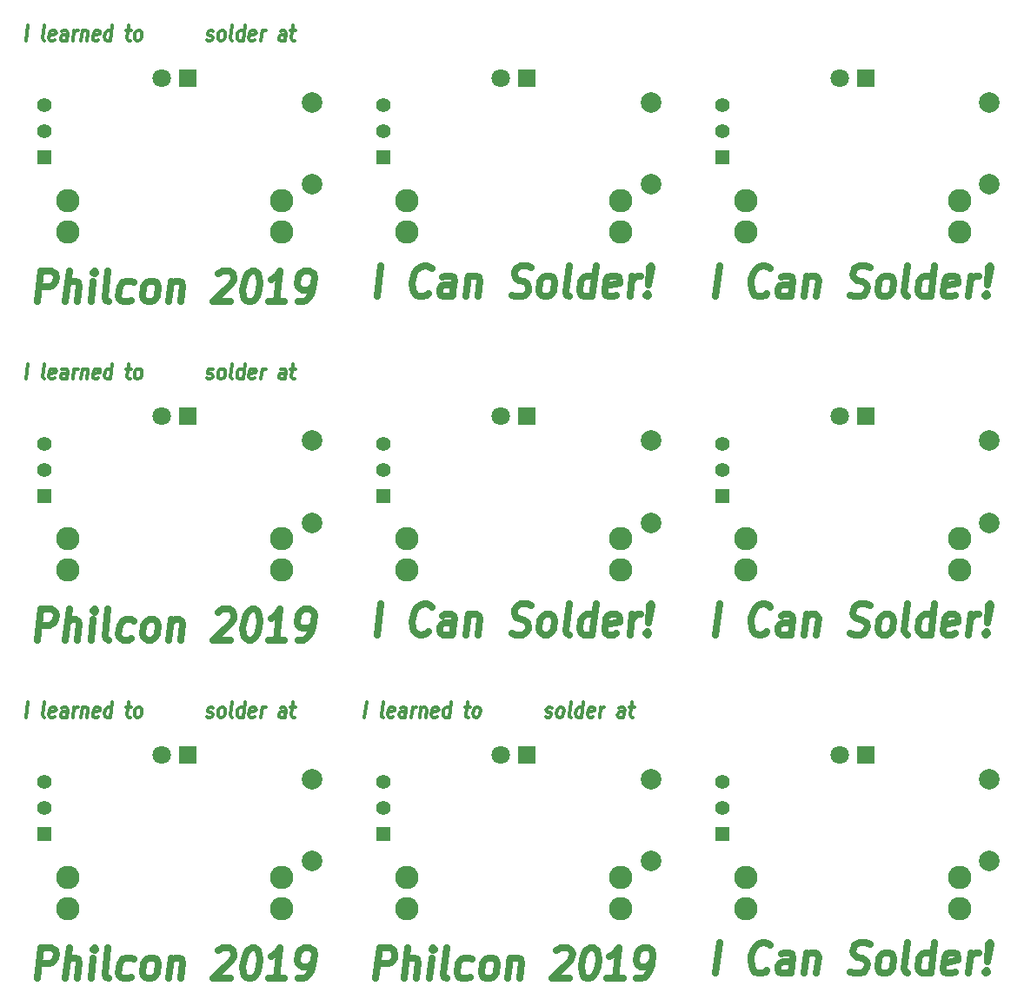
<source format=gts>
%MOIN*%
%OFA0B0*%
%FSLAX46Y46*%
%IPPOS*%
%LPD*%
%ADD10C,0.0039370078740157488*%
%ADD11C,0.011811023622047244*%
%ADD12C,0.027066929133858268*%
%ADD13C,0.0787*%
%ADD14C,0.090000000000000011*%
%ADD15R,0.070866141732283464X0.070866141732283464*%
%ADD16C,0.070866141732283464*%
%ADD17R,0.055000000000000007X0.055000000000000007*%
%ADD18C,0.055000000000000007*%
%ADD29C,0.0039370078740157488*%
%ADD30C,0.011811023622047244*%
%ADD31C,0.027066929133858268*%
%ADD32C,0.0787*%
%ADD33C,0.090000000000000011*%
%ADD34R,0.070866141732283464X0.070866141732283464*%
%ADD35C,0.070866141732283464*%
%ADD36R,0.055000000000000007X0.055000000000000007*%
%ADD37C,0.055000000000000007*%
%ADD38C,0.0039370078740157488*%
%ADD39C,0.011811023622047244*%
%ADD40C,0.027066929133858268*%
%ADD41C,0.0787*%
%ADD42C,0.090000000000000011*%
%ADD43R,0.070866141732283464X0.070866141732283464*%
%ADD44C,0.070866141732283464*%
%ADD45R,0.055000000000000007X0.055000000000000007*%
%ADD46C,0.055000000000000007*%
%ADD47C,0.0039370078740157488*%
%ADD48C,0.011811023622047244*%
%ADD49C,0.027066929133858268*%
%ADD50C,0.0787*%
%ADD51C,0.090000000000000011*%
%ADD52R,0.070866141732283464X0.070866141732283464*%
%ADD53C,0.070866141732283464*%
%ADD54R,0.055000000000000007X0.055000000000000007*%
%ADD55C,0.055000000000000007*%
%ADD56C,0.0039370078740157488*%
%ADD57C,0.027066929133858268*%
%ADD58C,0.0787*%
%ADD59C,0.090000000000000011*%
%ADD60R,0.070866141732283464X0.070866141732283464*%
%ADD61C,0.070866141732283464*%
%ADD62R,0.055000000000000007X0.055000000000000007*%
%ADD63C,0.055000000000000007*%
%ADD64C,0.0039370078740157488*%
%ADD65C,0.027066929133858268*%
%ADD66C,0.0787*%
%ADD67C,0.090000000000000011*%
%ADD68R,0.070866141732283464X0.070866141732283464*%
%ADD69C,0.070866141732283464*%
%ADD70R,0.055000000000000007X0.055000000000000007*%
%ADD71C,0.055000000000000007*%
%ADD72C,0.0039370078740157488*%
%ADD73C,0.027066929133858268*%
%ADD74C,0.0787*%
%ADD75C,0.090000000000000011*%
%ADD76R,0.070866141732283464X0.070866141732283464*%
%ADD77C,0.070866141732283464*%
%ADD78R,0.055000000000000007X0.055000000000000007*%
%ADD79C,0.055000000000000007*%
%ADD80C,0.0039370078740157488*%
%ADD81C,0.027066929133858268*%
%ADD82C,0.0787*%
%ADD83C,0.090000000000000011*%
%ADD84R,0.070866141732283464X0.070866141732283464*%
%ADD85C,0.070866141732283464*%
%ADD86R,0.055000000000000007X0.055000000000000007*%
%ADD87C,0.055000000000000007*%
%ADD88C,0.0039370078740157488*%
%ADD89C,0.027066929133858268*%
%ADD90C,0.0787*%
%ADD91C,0.090000000000000011*%
%ADD92R,0.070866141732283464X0.070866141732283464*%
%ADD93C,0.070866141732283464*%
%ADD94R,0.055000000000000007X0.055000000000000007*%
%ADD95C,0.055000000000000007*%
G01*
D10*
D11*
X0000721774Y0001076096D02*
X0000726297Y0001073284D01*
X0000736046Y0001073284D01*
X0000741272Y0001076096D01*
X0000744412Y0001081721D01*
X0000744764Y0001084533D01*
X0000743029Y0001090157D01*
X0000738507Y0001092969D01*
X0000731195Y0001092969D01*
X0000726672Y0001095781D01*
X0000724938Y0001101406D01*
X0000725289Y0001104218D01*
X0000728430Y0001109842D01*
X0000733656Y0001112654D01*
X0000740967Y0001112654D01*
X0000745490Y0001109842D01*
X0000772604Y0001073284D02*
X0000768081Y0001076096D01*
X0000765995Y0001078908D01*
X0000764261Y0001084533D01*
X0000766370Y0001101406D01*
X0000769510Y0001107030D01*
X0000772299Y0001109842D01*
X0000777525Y0001112654D01*
X0000784837Y0001112654D01*
X0000789360Y0001109842D01*
X0000791445Y0001107030D01*
X0000793179Y0001101406D01*
X0000791070Y0001084533D01*
X0000787930Y0001078908D01*
X0000785141Y0001076096D01*
X0000779915Y0001073284D01*
X0000772604Y0001073284D01*
X0000818911Y0001073284D02*
X0000814388Y0001076096D01*
X0000812654Y0001081721D01*
X0000818981Y0001132339D01*
X0000860343Y0001073284D02*
X0000867725Y0001132339D01*
X0000860694Y0001076096D02*
X0000855468Y0001073284D01*
X0000845720Y0001073284D01*
X0000841197Y0001076096D01*
X0000839111Y0001078908D01*
X0000837377Y0001084533D01*
X0000839486Y0001101406D01*
X0000842626Y0001107030D01*
X0000845415Y0001109842D01*
X0000850641Y0001112654D01*
X0000860390Y0001112654D01*
X0000864913Y0001109842D01*
X0000904564Y0001076096D02*
X0000899338Y0001073284D01*
X0000889589Y0001073284D01*
X0000885066Y0001076096D01*
X0000883332Y0001081721D01*
X0000886144Y0001104218D01*
X0000889285Y0001109842D01*
X0000894510Y0001112654D01*
X0000904259Y0001112654D01*
X0000908782Y0001109842D01*
X0000910516Y0001104218D01*
X0000909813Y0001098594D01*
X0000884738Y0001092969D01*
X0000928584Y0001073284D02*
X0000933506Y0001112654D01*
X0000932100Y0001101406D02*
X0000935240Y0001107030D01*
X0000938028Y0001109842D01*
X0000943254Y0001112654D01*
X0000948129Y0001112654D01*
X0001021198Y0001073284D02*
X0001025064Y0001104218D01*
X0001023330Y0001109842D01*
X0001018807Y0001112654D01*
X0001009059Y0001112654D01*
X0001003833Y0001109842D01*
X0001021549Y0001076096D02*
X0001016323Y0001073284D01*
X0001004137Y0001073284D01*
X0000999615Y0001076096D01*
X0000997880Y0001081721D01*
X0000998583Y0001087345D01*
X0001001724Y0001092969D01*
X0001006950Y0001095781D01*
X0001019135Y0001095781D01*
X0001024361Y0001098594D01*
X0001043179Y0001112654D02*
X0001062677Y0001112654D01*
X0001052952Y0001132339D02*
X0001046624Y0001081721D01*
X0001048358Y0001076096D01*
X0001052881Y0001073284D01*
X0001057756Y0001073284D01*
X0000027805Y0001073284D02*
X0000035186Y0001132339D01*
X0000098483Y0001073284D02*
X0000093960Y0001076096D01*
X0000092226Y0001081721D01*
X0000098553Y0001132339D01*
X0000137830Y0001076096D02*
X0000132604Y0001073284D01*
X0000122855Y0001073284D01*
X0000118332Y0001076096D01*
X0000116598Y0001081721D01*
X0000119410Y0001104218D01*
X0000122550Y0001109842D01*
X0000127776Y0001112654D01*
X0000137525Y0001112654D01*
X0000142048Y0001109842D01*
X0000143782Y0001104218D01*
X0000143079Y0001098594D01*
X0000118004Y0001092969D01*
X0000183785Y0001073284D02*
X0000187652Y0001104218D01*
X0000185918Y0001109842D01*
X0000181395Y0001112654D01*
X0000171646Y0001112654D01*
X0000166420Y0001109842D01*
X0000184137Y0001076096D02*
X0000178911Y0001073284D01*
X0000166725Y0001073284D01*
X0000162202Y0001076096D01*
X0000160468Y0001081721D01*
X0000161171Y0001087345D01*
X0000164311Y0001092969D01*
X0000169537Y0001095781D01*
X0000181723Y0001095781D01*
X0000186949Y0001098594D01*
X0000208157Y0001073284D02*
X0000213078Y0001112654D01*
X0000211672Y0001101406D02*
X0000214812Y0001107030D01*
X0000217601Y0001109842D01*
X0000222827Y0001112654D01*
X0000227701Y0001112654D01*
X0000244762Y0001112654D02*
X0000239840Y0001073284D01*
X0000244059Y0001107030D02*
X0000246847Y0001109842D01*
X0000252073Y0001112654D01*
X0000259385Y0001112654D01*
X0000263908Y0001109842D01*
X0000265642Y0001104218D01*
X0000261775Y0001073284D01*
X0000305996Y0001076096D02*
X0000300770Y0001073284D01*
X0000291022Y0001073284D01*
X0000286499Y0001076096D01*
X0000284765Y0001081721D01*
X0000287577Y0001104218D01*
X0000290717Y0001109842D01*
X0000295943Y0001112654D01*
X0000305692Y0001112654D01*
X0000310214Y0001109842D01*
X0000311949Y0001104218D01*
X0000311246Y0001098594D01*
X0000286171Y0001092969D01*
X0000351951Y0001073284D02*
X0000359333Y0001132339D01*
X0000352303Y0001076096D02*
X0000347077Y0001073284D01*
X0000337328Y0001073284D01*
X0000332805Y0001076096D01*
X0000330720Y0001078908D01*
X0000328986Y0001084533D01*
X0000331095Y0001101406D01*
X0000334235Y0001107030D01*
X0000337024Y0001109842D01*
X0000342250Y0001112654D01*
X0000351998Y0001112654D01*
X0000356521Y0001109842D01*
X0000412928Y0001112654D02*
X0000432426Y0001112654D01*
X0000422700Y0001132339D02*
X0000416373Y0001081721D01*
X0000418107Y0001076096D01*
X0000422630Y0001073284D01*
X0000427505Y0001073284D01*
X0000451876Y0001073284D02*
X0000447354Y0001076096D01*
X0000445268Y0001078908D01*
X0000443534Y0001084533D01*
X0000445643Y0001101406D01*
X0000448783Y0001107030D01*
X0000451572Y0001109842D01*
X0000456798Y0001112654D01*
X0000464109Y0001112654D01*
X0000468632Y0001109842D01*
X0000470718Y0001107030D01*
X0000472452Y0001101406D01*
X0000470343Y0001084533D01*
X0000467203Y0001078908D01*
X0000464414Y0001076096D01*
X0000459188Y0001073284D01*
X0000451876Y0001073284D01*
D12*
X0000070642Y0000071569D02*
X0000085405Y0000189679D01*
X0000126650Y0000189679D01*
X0000136258Y0000184055D01*
X0000140711Y0000178430D01*
X0000144461Y0000167182D01*
X0000142351Y0000150309D01*
X0000135790Y0000139060D01*
X0000129931Y0000133436D01*
X0000118917Y0000127812D01*
X0000077672Y0000127812D01*
X0000178909Y0000071569D02*
X0000193673Y0000189679D01*
X0000225310Y0000071569D02*
X0000233043Y0000133436D01*
X0000229294Y0000144685D01*
X0000219685Y0000150309D01*
X0000204219Y0000150309D01*
X0000193204Y0000144685D01*
X0000187346Y0000139060D01*
X0000276866Y0000071569D02*
X0000286708Y0000150309D01*
X0000291630Y0000189679D02*
X0000285771Y0000184055D01*
X0000290224Y0000178430D01*
X0000296082Y0000184055D01*
X0000291630Y0000189679D01*
X0000290224Y0000178430D01*
X0000343889Y0000071569D02*
X0000334281Y0000077193D01*
X0000330531Y0000088442D01*
X0000343186Y0000189679D01*
X0000432237Y0000077193D02*
X0000421223Y0000071569D01*
X0000400600Y0000071569D01*
X0000390992Y0000077193D01*
X0000386540Y0000082817D01*
X0000382790Y0000094066D01*
X0000387008Y0000127812D01*
X0000393570Y0000139060D01*
X0000399429Y0000144685D01*
X0000410443Y0000150309D01*
X0000431065Y0000150309D01*
X0000440673Y0000144685D01*
X0000493401Y0000071569D02*
X0000483793Y0000077193D01*
X0000479341Y0000082817D01*
X0000475591Y0000094066D01*
X0000479809Y0000127812D01*
X0000486371Y0000139060D01*
X0000492230Y0000144685D01*
X0000503244Y0000150309D01*
X0000518711Y0000150309D01*
X0000528319Y0000144685D01*
X0000532771Y0000139060D01*
X0000536521Y0000127812D01*
X0000532303Y0000094066D01*
X0000525741Y0000082817D01*
X0000519882Y0000077193D01*
X0000508868Y0000071569D01*
X0000493401Y0000071569D01*
X0000585733Y0000150309D02*
X0000575891Y0000071569D01*
X0000584327Y0000139060D02*
X0000590186Y0000144685D01*
X0000601200Y0000150309D01*
X0000616667Y0000150309D01*
X0000626275Y0000144685D01*
X0000630025Y0000133436D01*
X0000622291Y0000071569D01*
X0000764539Y0000178430D02*
X0000770398Y0000184055D01*
X0000781412Y0000189679D01*
X0000807190Y0000189679D01*
X0000816798Y0000184055D01*
X0000821251Y0000178430D01*
X0000825000Y0000167182D01*
X0000823594Y0000155933D01*
X0000816330Y0000139060D01*
X0000746026Y0000071569D01*
X0000813049Y0000071569D01*
X0000894835Y0000189679D02*
X0000905147Y0000189679D01*
X0000914755Y0000184055D01*
X0000919207Y0000178430D01*
X0000922957Y0000167182D01*
X0000925300Y0000144685D01*
X0000921785Y0000116563D01*
X0000913817Y0000094066D01*
X0000907256Y0000082817D01*
X0000901397Y0000077193D01*
X0000890383Y0000071569D01*
X0000880072Y0000071569D01*
X0000870464Y0000077193D01*
X0000866011Y0000082817D01*
X0000862261Y0000094066D01*
X0000859918Y0000116563D01*
X0000863433Y0000144685D01*
X0000871401Y0000167182D01*
X0000877963Y0000178430D01*
X0000883821Y0000184055D01*
X0000894835Y0000189679D01*
X0001019273Y0000071569D02*
X0000957406Y0000071569D01*
X0000988339Y0000071569D02*
X0001003103Y0000189679D01*
X0000990683Y0000172806D01*
X0000978966Y0000161557D01*
X0000967951Y0000155933D01*
X0001070829Y0000071569D02*
X0001091452Y0000071569D01*
X0001102466Y0000077193D01*
X0001108324Y0000082817D01*
X0001120745Y0000099690D01*
X0001128712Y0000122187D01*
X0001134337Y0000167182D01*
X0001130587Y0000178430D01*
X0001126135Y0000184055D01*
X0001116527Y0000189679D01*
X0001095904Y0000189679D01*
X0001084890Y0000184055D01*
X0001079031Y0000178430D01*
X0001072470Y0000167182D01*
X0001068954Y0000139060D01*
X0001072704Y0000127812D01*
X0001077156Y0000122187D01*
X0001086765Y0000116563D01*
X0001107387Y0000116563D01*
X0001118401Y0000122187D01*
X0001124260Y0000127812D01*
X0001130822Y0000139060D01*
D13*
X0001124999Y0000837480D03*
X0001124999Y0000522519D03*
D14*
X0001009999Y0000340000D03*
X0000189999Y0000340000D03*
X0001009999Y0000460000D03*
X0000189999Y0000460000D03*
D15*
X0000649999Y0000930000D03*
D16*
X0000549999Y0000930000D03*
D17*
X0000099999Y0000625000D03*
D18*
X0000099999Y0000725000D03*
X0000099999Y0000825000D03*
G04 next file*
G04 #@! TF.FileFunction,Soldermask,Top*
G04 Gerber Fmt 4.6, Leading zero omitted, Abs format (unit mm)*
G04 Created by KiCad (PCBNEW 4.0.7) date 09/22/19 21:58:39*
G01*
G04 APERTURE LIST*
G04 APERTURE END LIST*
D29*
D30*
X0000721774Y0002374522D02*
X0000726297Y0002371710D01*
X0000736046Y0002371710D01*
X0000741272Y0002374522D01*
X0000744412Y0002380146D01*
X0000744764Y0002382958D01*
X0000743029Y0002388582D01*
X0000738507Y0002391395D01*
X0000731195Y0002391395D01*
X0000726672Y0002394207D01*
X0000724938Y0002399831D01*
X0000725289Y0002402643D01*
X0000728430Y0002408267D01*
X0000733656Y0002411080D01*
X0000740967Y0002411080D01*
X0000745490Y0002408267D01*
X0000772604Y0002371710D02*
X0000768081Y0002374522D01*
X0000765995Y0002377334D01*
X0000764261Y0002382958D01*
X0000766370Y0002399831D01*
X0000769510Y0002405455D01*
X0000772299Y0002408267D01*
X0000777525Y0002411080D01*
X0000784837Y0002411080D01*
X0000789360Y0002408267D01*
X0000791445Y0002405455D01*
X0000793179Y0002399831D01*
X0000791070Y0002382958D01*
X0000787930Y0002377334D01*
X0000785141Y0002374522D01*
X0000779915Y0002371710D01*
X0000772604Y0002371710D01*
X0000818911Y0002371710D02*
X0000814388Y0002374522D01*
X0000812654Y0002380146D01*
X0000818981Y0002430765D01*
X0000860343Y0002371710D02*
X0000867725Y0002430765D01*
X0000860694Y0002374522D02*
X0000855468Y0002371710D01*
X0000845720Y0002371710D01*
X0000841197Y0002374522D01*
X0000839111Y0002377334D01*
X0000837377Y0002382958D01*
X0000839486Y0002399831D01*
X0000842626Y0002405455D01*
X0000845415Y0002408267D01*
X0000850641Y0002411080D01*
X0000860390Y0002411080D01*
X0000864913Y0002408267D01*
X0000904564Y0002374522D02*
X0000899338Y0002371710D01*
X0000889589Y0002371710D01*
X0000885066Y0002374522D01*
X0000883332Y0002380146D01*
X0000886144Y0002402643D01*
X0000889285Y0002408267D01*
X0000894510Y0002411080D01*
X0000904259Y0002411080D01*
X0000908782Y0002408267D01*
X0000910516Y0002402643D01*
X0000909813Y0002397019D01*
X0000884738Y0002391395D01*
X0000928584Y0002371710D02*
X0000933506Y0002411080D01*
X0000932100Y0002399831D02*
X0000935240Y0002405455D01*
X0000938028Y0002408267D01*
X0000943254Y0002411080D01*
X0000948129Y0002411080D01*
X0001021198Y0002371710D02*
X0001025064Y0002402643D01*
X0001023330Y0002408267D01*
X0001018807Y0002411080D01*
X0001009059Y0002411080D01*
X0001003833Y0002408267D01*
X0001021549Y0002374522D02*
X0001016323Y0002371710D01*
X0001004137Y0002371710D01*
X0000999615Y0002374522D01*
X0000997880Y0002380146D01*
X0000998583Y0002385770D01*
X0001001724Y0002391395D01*
X0001006950Y0002394207D01*
X0001019135Y0002394207D01*
X0001024361Y0002397019D01*
X0001043179Y0002411080D02*
X0001062677Y0002411080D01*
X0001052952Y0002430765D02*
X0001046624Y0002380146D01*
X0001048358Y0002374522D01*
X0001052881Y0002371710D01*
X0001057756Y0002371710D01*
X0000027805Y0002371710D02*
X0000035186Y0002430765D01*
X0000098483Y0002371710D02*
X0000093960Y0002374522D01*
X0000092226Y0002380146D01*
X0000098553Y0002430765D01*
X0000137830Y0002374522D02*
X0000132604Y0002371710D01*
X0000122855Y0002371710D01*
X0000118332Y0002374522D01*
X0000116598Y0002380146D01*
X0000119410Y0002402643D01*
X0000122550Y0002408267D01*
X0000127776Y0002411080D01*
X0000137525Y0002411080D01*
X0000142048Y0002408267D01*
X0000143782Y0002402643D01*
X0000143079Y0002397019D01*
X0000118004Y0002391395D01*
X0000183785Y0002371710D02*
X0000187652Y0002402643D01*
X0000185918Y0002408267D01*
X0000181395Y0002411080D01*
X0000171646Y0002411080D01*
X0000166420Y0002408267D01*
X0000184137Y0002374522D02*
X0000178911Y0002371710D01*
X0000166725Y0002371710D01*
X0000162202Y0002374522D01*
X0000160468Y0002380146D01*
X0000161171Y0002385770D01*
X0000164311Y0002391395D01*
X0000169537Y0002394207D01*
X0000181723Y0002394207D01*
X0000186949Y0002397019D01*
X0000208157Y0002371710D02*
X0000213078Y0002411080D01*
X0000211672Y0002399831D02*
X0000214812Y0002405455D01*
X0000217601Y0002408267D01*
X0000222827Y0002411080D01*
X0000227701Y0002411080D01*
X0000244762Y0002411080D02*
X0000239840Y0002371710D01*
X0000244059Y0002405455D02*
X0000246847Y0002408267D01*
X0000252073Y0002411080D01*
X0000259385Y0002411080D01*
X0000263908Y0002408267D01*
X0000265642Y0002402643D01*
X0000261775Y0002371710D01*
X0000305996Y0002374522D02*
X0000300770Y0002371710D01*
X0000291022Y0002371710D01*
X0000286499Y0002374522D01*
X0000284765Y0002380146D01*
X0000287577Y0002402643D01*
X0000290717Y0002408267D01*
X0000295943Y0002411080D01*
X0000305692Y0002411080D01*
X0000310214Y0002408267D01*
X0000311949Y0002402643D01*
X0000311246Y0002397019D01*
X0000286171Y0002391395D01*
X0000351951Y0002371710D02*
X0000359333Y0002430765D01*
X0000352303Y0002374522D02*
X0000347077Y0002371710D01*
X0000337328Y0002371710D01*
X0000332805Y0002374522D01*
X0000330720Y0002377334D01*
X0000328986Y0002382958D01*
X0000331095Y0002399831D01*
X0000334235Y0002405455D01*
X0000337024Y0002408267D01*
X0000342250Y0002411080D01*
X0000351998Y0002411080D01*
X0000356521Y0002408267D01*
X0000412928Y0002411080D02*
X0000432426Y0002411080D01*
X0000422700Y0002430765D02*
X0000416373Y0002380146D01*
X0000418107Y0002374522D01*
X0000422630Y0002371710D01*
X0000427505Y0002371710D01*
X0000451876Y0002371710D02*
X0000447354Y0002374522D01*
X0000445268Y0002377334D01*
X0000443534Y0002382958D01*
X0000445643Y0002399831D01*
X0000448783Y0002405455D01*
X0000451572Y0002408267D01*
X0000456798Y0002411080D01*
X0000464109Y0002411080D01*
X0000468632Y0002408267D01*
X0000470718Y0002405455D01*
X0000472452Y0002399831D01*
X0000470343Y0002382958D01*
X0000467203Y0002377334D01*
X0000464414Y0002374522D01*
X0000459188Y0002371710D01*
X0000451876Y0002371710D01*
D31*
X0000070642Y0001369994D02*
X0000085405Y0001488104D01*
X0000126650Y0001488104D01*
X0000136258Y0001482480D01*
X0000140711Y0001476856D01*
X0000144461Y0001465607D01*
X0000142351Y0001448734D01*
X0000135790Y0001437486D01*
X0000129931Y0001431861D01*
X0000118917Y0001426237D01*
X0000077672Y0001426237D01*
X0000178909Y0001369994D02*
X0000193673Y0001488104D01*
X0000225310Y0001369994D02*
X0000233043Y0001431861D01*
X0000229294Y0001443110D01*
X0000219685Y0001448734D01*
X0000204219Y0001448734D01*
X0000193204Y0001443110D01*
X0000187346Y0001437486D01*
X0000276866Y0001369994D02*
X0000286708Y0001448734D01*
X0000291630Y0001488104D02*
X0000285771Y0001482480D01*
X0000290224Y0001476856D01*
X0000296082Y0001482480D01*
X0000291630Y0001488104D01*
X0000290224Y0001476856D01*
X0000343889Y0001369994D02*
X0000334281Y0001375618D01*
X0000330531Y0001386867D01*
X0000343186Y0001488104D01*
X0000432237Y0001375618D02*
X0000421223Y0001369994D01*
X0000400600Y0001369994D01*
X0000390992Y0001375618D01*
X0000386540Y0001381243D01*
X0000382790Y0001392491D01*
X0000387008Y0001426237D01*
X0000393570Y0001437486D01*
X0000399429Y0001443110D01*
X0000410443Y0001448734D01*
X0000431065Y0001448734D01*
X0000440673Y0001443110D01*
X0000493401Y0001369994D02*
X0000483793Y0001375618D01*
X0000479341Y0001381243D01*
X0000475591Y0001392491D01*
X0000479809Y0001426237D01*
X0000486371Y0001437486D01*
X0000492230Y0001443110D01*
X0000503244Y0001448734D01*
X0000518711Y0001448734D01*
X0000528319Y0001443110D01*
X0000532771Y0001437486D01*
X0000536521Y0001426237D01*
X0000532303Y0001392491D01*
X0000525741Y0001381243D01*
X0000519882Y0001375618D01*
X0000508868Y0001369994D01*
X0000493401Y0001369994D01*
X0000585733Y0001448734D02*
X0000575891Y0001369994D01*
X0000584327Y0001437486D02*
X0000590186Y0001443110D01*
X0000601200Y0001448734D01*
X0000616667Y0001448734D01*
X0000626275Y0001443110D01*
X0000630025Y0001431861D01*
X0000622291Y0001369994D01*
X0000764539Y0001476856D02*
X0000770398Y0001482480D01*
X0000781412Y0001488104D01*
X0000807190Y0001488104D01*
X0000816798Y0001482480D01*
X0000821251Y0001476856D01*
X0000825000Y0001465607D01*
X0000823594Y0001454359D01*
X0000816330Y0001437486D01*
X0000746026Y0001369994D01*
X0000813049Y0001369994D01*
X0000894835Y0001488104D02*
X0000905147Y0001488104D01*
X0000914755Y0001482480D01*
X0000919207Y0001476856D01*
X0000922957Y0001465607D01*
X0000925300Y0001443110D01*
X0000921785Y0001414988D01*
X0000913817Y0001392491D01*
X0000907256Y0001381243D01*
X0000901397Y0001375618D01*
X0000890383Y0001369994D01*
X0000880072Y0001369994D01*
X0000870464Y0001375618D01*
X0000866011Y0001381243D01*
X0000862261Y0001392491D01*
X0000859918Y0001414988D01*
X0000863433Y0001443110D01*
X0000871401Y0001465607D01*
X0000877963Y0001476856D01*
X0000883821Y0001482480D01*
X0000894835Y0001488104D01*
X0001019273Y0001369994D02*
X0000957406Y0001369994D01*
X0000988339Y0001369994D02*
X0001003103Y0001488104D01*
X0000990683Y0001471231D01*
X0000978966Y0001459983D01*
X0000967951Y0001454359D01*
X0001070829Y0001369994D02*
X0001091452Y0001369994D01*
X0001102466Y0001375618D01*
X0001108324Y0001381243D01*
X0001120745Y0001398116D01*
X0001128712Y0001420613D01*
X0001134337Y0001465607D01*
X0001130587Y0001476856D01*
X0001126135Y0001482480D01*
X0001116527Y0001488104D01*
X0001095904Y0001488104D01*
X0001084890Y0001482480D01*
X0001079031Y0001476856D01*
X0001072470Y0001465607D01*
X0001068954Y0001437486D01*
X0001072704Y0001426237D01*
X0001077156Y0001420613D01*
X0001086765Y0001414988D01*
X0001107387Y0001414988D01*
X0001118401Y0001420613D01*
X0001124260Y0001426237D01*
X0001130822Y0001437486D01*
D32*
X0001124999Y0002135905D03*
X0001124999Y0001820945D03*
D33*
X0001009999Y0001638425D03*
X0000189999Y0001638425D03*
X0001009999Y0001758425D03*
X0000189999Y0001758425D03*
D34*
X0000649999Y0002228425D03*
D35*
X0000549999Y0002228425D03*
D36*
X0000099999Y0001923425D03*
D37*
X0000099999Y0002023425D03*
X0000099999Y0002123425D03*
G04 next file*
G04 #@! TF.FileFunction,Soldermask,Top*
G04 Gerber Fmt 4.6, Leading zero omitted, Abs format (unit mm)*
G04 Created by KiCad (PCBNEW 4.0.7) date 09/22/19 21:58:39*
G01*
G04 APERTURE LIST*
G04 APERTURE END LIST*
D38*
D39*
X0000721774Y0003672947D02*
X0000726297Y0003670135D01*
X0000736046Y0003670135D01*
X0000741272Y0003672947D01*
X0000744412Y0003678571D01*
X0000744764Y0003681383D01*
X0000743029Y0003687007D01*
X0000738507Y0003689820D01*
X0000731195Y0003689820D01*
X0000726672Y0003692632D01*
X0000724938Y0003698256D01*
X0000725289Y0003701068D01*
X0000728430Y0003706692D01*
X0000733656Y0003709505D01*
X0000740967Y0003709505D01*
X0000745490Y0003706692D01*
X0000772604Y0003670135D02*
X0000768081Y0003672947D01*
X0000765995Y0003675759D01*
X0000764261Y0003681383D01*
X0000766370Y0003698256D01*
X0000769510Y0003703880D01*
X0000772299Y0003706692D01*
X0000777525Y0003709505D01*
X0000784837Y0003709505D01*
X0000789360Y0003706692D01*
X0000791445Y0003703880D01*
X0000793179Y0003698256D01*
X0000791070Y0003681383D01*
X0000787930Y0003675759D01*
X0000785141Y0003672947D01*
X0000779915Y0003670135D01*
X0000772604Y0003670135D01*
X0000818911Y0003670135D02*
X0000814388Y0003672947D01*
X0000812654Y0003678571D01*
X0000818981Y0003729190D01*
X0000860343Y0003670135D02*
X0000867725Y0003729190D01*
X0000860694Y0003672947D02*
X0000855468Y0003670135D01*
X0000845720Y0003670135D01*
X0000841197Y0003672947D01*
X0000839111Y0003675759D01*
X0000837377Y0003681383D01*
X0000839486Y0003698256D01*
X0000842626Y0003703880D01*
X0000845415Y0003706692D01*
X0000850641Y0003709505D01*
X0000860390Y0003709505D01*
X0000864913Y0003706692D01*
X0000904564Y0003672947D02*
X0000899338Y0003670135D01*
X0000889589Y0003670135D01*
X0000885066Y0003672947D01*
X0000883332Y0003678571D01*
X0000886144Y0003701068D01*
X0000889285Y0003706692D01*
X0000894510Y0003709505D01*
X0000904259Y0003709505D01*
X0000908782Y0003706692D01*
X0000910516Y0003701068D01*
X0000909813Y0003695444D01*
X0000884738Y0003689820D01*
X0000928584Y0003670135D02*
X0000933506Y0003709505D01*
X0000932100Y0003698256D02*
X0000935240Y0003703880D01*
X0000938028Y0003706692D01*
X0000943254Y0003709505D01*
X0000948129Y0003709505D01*
X0001021198Y0003670135D02*
X0001025064Y0003701068D01*
X0001023330Y0003706692D01*
X0001018807Y0003709505D01*
X0001009059Y0003709505D01*
X0001003833Y0003706692D01*
X0001021549Y0003672947D02*
X0001016323Y0003670135D01*
X0001004137Y0003670135D01*
X0000999615Y0003672947D01*
X0000997880Y0003678571D01*
X0000998583Y0003684195D01*
X0001001724Y0003689820D01*
X0001006950Y0003692632D01*
X0001019135Y0003692632D01*
X0001024361Y0003695444D01*
X0001043179Y0003709505D02*
X0001062677Y0003709505D01*
X0001052952Y0003729190D02*
X0001046624Y0003678571D01*
X0001048358Y0003672947D01*
X0001052881Y0003670135D01*
X0001057756Y0003670135D01*
X0000027805Y0003670135D02*
X0000035186Y0003729190D01*
X0000098483Y0003670135D02*
X0000093960Y0003672947D01*
X0000092226Y0003678571D01*
X0000098553Y0003729190D01*
X0000137830Y0003672947D02*
X0000132604Y0003670135D01*
X0000122855Y0003670135D01*
X0000118332Y0003672947D01*
X0000116598Y0003678571D01*
X0000119410Y0003701068D01*
X0000122550Y0003706692D01*
X0000127776Y0003709505D01*
X0000137525Y0003709505D01*
X0000142048Y0003706692D01*
X0000143782Y0003701068D01*
X0000143079Y0003695444D01*
X0000118004Y0003689820D01*
X0000183785Y0003670135D02*
X0000187652Y0003701068D01*
X0000185918Y0003706692D01*
X0000181395Y0003709505D01*
X0000171646Y0003709505D01*
X0000166420Y0003706692D01*
X0000184137Y0003672947D02*
X0000178911Y0003670135D01*
X0000166725Y0003670135D01*
X0000162202Y0003672947D01*
X0000160468Y0003678571D01*
X0000161171Y0003684195D01*
X0000164311Y0003689820D01*
X0000169537Y0003692632D01*
X0000181723Y0003692632D01*
X0000186949Y0003695444D01*
X0000208157Y0003670135D02*
X0000213078Y0003709505D01*
X0000211672Y0003698256D02*
X0000214812Y0003703880D01*
X0000217601Y0003706692D01*
X0000222827Y0003709505D01*
X0000227701Y0003709505D01*
X0000244762Y0003709505D02*
X0000239840Y0003670135D01*
X0000244059Y0003703880D02*
X0000246847Y0003706692D01*
X0000252073Y0003709505D01*
X0000259385Y0003709505D01*
X0000263908Y0003706692D01*
X0000265642Y0003701068D01*
X0000261775Y0003670135D01*
X0000305996Y0003672947D02*
X0000300770Y0003670135D01*
X0000291022Y0003670135D01*
X0000286499Y0003672947D01*
X0000284765Y0003678571D01*
X0000287577Y0003701068D01*
X0000290717Y0003706692D01*
X0000295943Y0003709505D01*
X0000305692Y0003709505D01*
X0000310214Y0003706692D01*
X0000311949Y0003701068D01*
X0000311246Y0003695444D01*
X0000286171Y0003689820D01*
X0000351951Y0003670135D02*
X0000359333Y0003729190D01*
X0000352303Y0003672947D02*
X0000347077Y0003670135D01*
X0000337328Y0003670135D01*
X0000332805Y0003672947D01*
X0000330720Y0003675759D01*
X0000328986Y0003681383D01*
X0000331095Y0003698256D01*
X0000334235Y0003703880D01*
X0000337024Y0003706692D01*
X0000342250Y0003709505D01*
X0000351998Y0003709505D01*
X0000356521Y0003706692D01*
X0000412928Y0003709505D02*
X0000432426Y0003709505D01*
X0000422700Y0003729190D02*
X0000416373Y0003678571D01*
X0000418107Y0003672947D01*
X0000422630Y0003670135D01*
X0000427505Y0003670135D01*
X0000451876Y0003670135D02*
X0000447354Y0003672947D01*
X0000445268Y0003675759D01*
X0000443534Y0003681383D01*
X0000445643Y0003698256D01*
X0000448783Y0003703880D01*
X0000451572Y0003706692D01*
X0000456798Y0003709505D01*
X0000464109Y0003709505D01*
X0000468632Y0003706692D01*
X0000470718Y0003703880D01*
X0000472452Y0003698256D01*
X0000470343Y0003681383D01*
X0000467203Y0003675759D01*
X0000464414Y0003672947D01*
X0000459188Y0003670135D01*
X0000451876Y0003670135D01*
D40*
X0000070642Y0002668419D02*
X0000085405Y0002786529D01*
X0000126650Y0002786529D01*
X0000136258Y0002780905D01*
X0000140711Y0002775281D01*
X0000144461Y0002764032D01*
X0000142351Y0002747159D01*
X0000135790Y0002735911D01*
X0000129931Y0002730286D01*
X0000118917Y0002724662D01*
X0000077672Y0002724662D01*
X0000178909Y0002668419D02*
X0000193673Y0002786529D01*
X0000225310Y0002668419D02*
X0000233043Y0002730286D01*
X0000229294Y0002741535D01*
X0000219685Y0002747159D01*
X0000204219Y0002747159D01*
X0000193204Y0002741535D01*
X0000187346Y0002735911D01*
X0000276866Y0002668419D02*
X0000286708Y0002747159D01*
X0000291630Y0002786529D02*
X0000285771Y0002780905D01*
X0000290224Y0002775281D01*
X0000296082Y0002780905D01*
X0000291630Y0002786529D01*
X0000290224Y0002775281D01*
X0000343889Y0002668419D02*
X0000334281Y0002674043D01*
X0000330531Y0002685292D01*
X0000343186Y0002786529D01*
X0000432237Y0002674043D02*
X0000421223Y0002668419D01*
X0000400600Y0002668419D01*
X0000390992Y0002674043D01*
X0000386540Y0002679668D01*
X0000382790Y0002690916D01*
X0000387008Y0002724662D01*
X0000393570Y0002735911D01*
X0000399429Y0002741535D01*
X0000410443Y0002747159D01*
X0000431065Y0002747159D01*
X0000440673Y0002741535D01*
X0000493401Y0002668419D02*
X0000483793Y0002674043D01*
X0000479341Y0002679668D01*
X0000475591Y0002690916D01*
X0000479809Y0002724662D01*
X0000486371Y0002735911D01*
X0000492230Y0002741535D01*
X0000503244Y0002747159D01*
X0000518711Y0002747159D01*
X0000528319Y0002741535D01*
X0000532771Y0002735911D01*
X0000536521Y0002724662D01*
X0000532303Y0002690916D01*
X0000525741Y0002679668D01*
X0000519882Y0002674043D01*
X0000508868Y0002668419D01*
X0000493401Y0002668419D01*
X0000585733Y0002747159D02*
X0000575891Y0002668419D01*
X0000584327Y0002735911D02*
X0000590186Y0002741535D01*
X0000601200Y0002747159D01*
X0000616667Y0002747159D01*
X0000626275Y0002741535D01*
X0000630025Y0002730286D01*
X0000622291Y0002668419D01*
X0000764539Y0002775281D02*
X0000770398Y0002780905D01*
X0000781412Y0002786529D01*
X0000807190Y0002786529D01*
X0000816798Y0002780905D01*
X0000821251Y0002775281D01*
X0000825000Y0002764032D01*
X0000823594Y0002752784D01*
X0000816330Y0002735911D01*
X0000746026Y0002668419D01*
X0000813049Y0002668419D01*
X0000894835Y0002786529D02*
X0000905147Y0002786529D01*
X0000914755Y0002780905D01*
X0000919207Y0002775281D01*
X0000922957Y0002764032D01*
X0000925300Y0002741535D01*
X0000921785Y0002713413D01*
X0000913817Y0002690916D01*
X0000907256Y0002679668D01*
X0000901397Y0002674043D01*
X0000890383Y0002668419D01*
X0000880072Y0002668419D01*
X0000870464Y0002674043D01*
X0000866011Y0002679668D01*
X0000862261Y0002690916D01*
X0000859918Y0002713413D01*
X0000863433Y0002741535D01*
X0000871401Y0002764032D01*
X0000877963Y0002775281D01*
X0000883821Y0002780905D01*
X0000894835Y0002786529D01*
X0001019273Y0002668419D02*
X0000957406Y0002668419D01*
X0000988339Y0002668419D02*
X0001003103Y0002786529D01*
X0000990683Y0002769656D01*
X0000978966Y0002758408D01*
X0000967951Y0002752784D01*
X0001070829Y0002668419D02*
X0001091452Y0002668419D01*
X0001102466Y0002674043D01*
X0001108324Y0002679668D01*
X0001120745Y0002696541D01*
X0001128712Y0002719038D01*
X0001134337Y0002764032D01*
X0001130587Y0002775281D01*
X0001126135Y0002780905D01*
X0001116527Y0002786529D01*
X0001095904Y0002786529D01*
X0001084890Y0002780905D01*
X0001079031Y0002775281D01*
X0001072470Y0002764032D01*
X0001068954Y0002735911D01*
X0001072704Y0002724662D01*
X0001077156Y0002719038D01*
X0001086765Y0002713413D01*
X0001107387Y0002713413D01*
X0001118401Y0002719038D01*
X0001124260Y0002724662D01*
X0001130822Y0002735911D01*
D41*
X0001124999Y0003434330D03*
X0001124999Y0003119370D03*
D42*
X0001009999Y0002936850D03*
X0000189999Y0002936850D03*
X0001009999Y0003056850D03*
X0000189999Y0003056850D03*
D43*
X0000649999Y0003526850D03*
D44*
X0000549999Y0003526850D03*
D45*
X0000099999Y0003221850D03*
D46*
X0000099999Y0003321850D03*
X0000099999Y0003421850D03*
G04 next file*
G04 #@! TF.FileFunction,Soldermask,Top*
G04 Gerber Fmt 4.6, Leading zero omitted, Abs format (unit mm)*
G04 Created by KiCad (PCBNEW 4.0.7) date 09/22/19 21:58:39*
G01*
G04 APERTURE LIST*
G04 APERTURE END LIST*
D47*
D48*
X0002020200Y0001076096D02*
X0002024723Y0001073284D01*
X0002034471Y0001073284D01*
X0002039697Y0001076096D01*
X0002042837Y0001081721D01*
X0002043189Y0001084533D01*
X0002041455Y0001090157D01*
X0002036932Y0001092969D01*
X0002029620Y0001092969D01*
X0002025097Y0001095781D01*
X0002023363Y0001101406D01*
X0002023715Y0001104218D01*
X0002026855Y0001109842D01*
X0002032081Y0001112654D01*
X0002039393Y0001112654D01*
X0002043915Y0001109842D01*
X0002071029Y0001073284D02*
X0002066506Y0001076096D01*
X0002064421Y0001078908D01*
X0002062687Y0001084533D01*
X0002064796Y0001101406D01*
X0002067936Y0001107030D01*
X0002070725Y0001109842D01*
X0002075950Y0001112654D01*
X0002083262Y0001112654D01*
X0002087785Y0001109842D01*
X0002089871Y0001107030D01*
X0002091605Y0001101406D01*
X0002089496Y0001084533D01*
X0002086355Y0001078908D01*
X0002083567Y0001076096D01*
X0002078341Y0001073284D01*
X0002071029Y0001073284D01*
X0002117336Y0001073284D02*
X0002112813Y0001076096D01*
X0002111079Y0001081721D01*
X0002117406Y0001132339D01*
X0002158768Y0001073284D02*
X0002166150Y0001132339D01*
X0002159120Y0001076096D02*
X0002153894Y0001073284D01*
X0002144145Y0001073284D01*
X0002139622Y0001076096D01*
X0002137537Y0001078908D01*
X0002135802Y0001084533D01*
X0002137911Y0001101406D01*
X0002141052Y0001107030D01*
X0002143840Y0001109842D01*
X0002149066Y0001112654D01*
X0002158815Y0001112654D01*
X0002163338Y0001109842D01*
X0002202989Y0001076096D02*
X0002197763Y0001073284D01*
X0002188015Y0001073284D01*
X0002183492Y0001076096D01*
X0002181757Y0001081721D01*
X0002184570Y0001104218D01*
X0002187710Y0001109842D01*
X0002192936Y0001112654D01*
X0002202685Y0001112654D01*
X0002207207Y0001109842D01*
X0002208942Y0001104218D01*
X0002208239Y0001098594D01*
X0002183164Y0001092969D01*
X0002227010Y0001073284D02*
X0002231931Y0001112654D01*
X0002230525Y0001101406D02*
X0002233665Y0001107030D01*
X0002236454Y0001109842D01*
X0002241680Y0001112654D01*
X0002246554Y0001112654D01*
X0002319623Y0001073284D02*
X0002323490Y0001104218D01*
X0002321756Y0001109842D01*
X0002317233Y0001112654D01*
X0002307484Y0001112654D01*
X0002302258Y0001109842D01*
X0002319975Y0001076096D02*
X0002314749Y0001073284D01*
X0002302563Y0001073284D01*
X0002298040Y0001076096D01*
X0002296306Y0001081721D01*
X0002297009Y0001087345D01*
X0002300149Y0001092969D01*
X0002305375Y0001095781D01*
X0002317561Y0001095781D01*
X0002322787Y0001098594D01*
X0002341605Y0001112654D02*
X0002361102Y0001112654D01*
X0002351377Y0001132339D02*
X0002345050Y0001081721D01*
X0002346784Y0001076096D01*
X0002351307Y0001073284D01*
X0002356181Y0001073284D01*
X0001326230Y0001073284D02*
X0001333612Y0001132339D01*
X0001396909Y0001073284D02*
X0001392386Y0001076096D01*
X0001390651Y0001081721D01*
X0001396979Y0001132339D01*
X0001436255Y0001076096D02*
X0001431029Y0001073284D01*
X0001421280Y0001073284D01*
X0001416758Y0001076096D01*
X0001415023Y0001081721D01*
X0001417836Y0001104218D01*
X0001420976Y0001109842D01*
X0001426202Y0001112654D01*
X0001435950Y0001112654D01*
X0001440473Y0001109842D01*
X0001442208Y0001104218D01*
X0001441505Y0001098594D01*
X0001416430Y0001092969D01*
X0001482210Y0001073284D02*
X0001486077Y0001104218D01*
X0001484343Y0001109842D01*
X0001479820Y0001112654D01*
X0001470071Y0001112654D01*
X0001464845Y0001109842D01*
X0001482562Y0001076096D02*
X0001477336Y0001073284D01*
X0001465150Y0001073284D01*
X0001460627Y0001076096D01*
X0001458893Y0001081721D01*
X0001459596Y0001087345D01*
X0001462736Y0001092969D01*
X0001467962Y0001095781D01*
X0001480148Y0001095781D01*
X0001485374Y0001098594D01*
X0001506582Y0001073284D02*
X0001511504Y0001112654D01*
X0001510097Y0001101406D02*
X0001513238Y0001107030D01*
X0001516026Y0001109842D01*
X0001521252Y0001112654D01*
X0001526127Y0001112654D01*
X0001543187Y0001112654D02*
X0001538266Y0001073284D01*
X0001542484Y0001107030D02*
X0001545273Y0001109842D01*
X0001550499Y0001112654D01*
X0001557810Y0001112654D01*
X0001562333Y0001109842D01*
X0001564067Y0001104218D01*
X0001560201Y0001073284D01*
X0001604422Y0001076096D02*
X0001599196Y0001073284D01*
X0001589447Y0001073284D01*
X0001584924Y0001076096D01*
X0001583190Y0001081721D01*
X0001586002Y0001104218D01*
X0001589142Y0001109842D01*
X0001594368Y0001112654D01*
X0001604117Y0001112654D01*
X0001608640Y0001109842D01*
X0001610374Y0001104218D01*
X0001609671Y0001098594D01*
X0001584596Y0001092969D01*
X0001650377Y0001073284D02*
X0001657759Y0001132339D01*
X0001650728Y0001076096D02*
X0001645502Y0001073284D01*
X0001635754Y0001073284D01*
X0001631231Y0001076096D01*
X0001629145Y0001078908D01*
X0001627411Y0001084533D01*
X0001629520Y0001101406D01*
X0001632660Y0001107030D01*
X0001635449Y0001109842D01*
X0001640675Y0001112654D01*
X0001650424Y0001112654D01*
X0001654947Y0001109842D01*
X0001711354Y0001112654D02*
X0001730851Y0001112654D01*
X0001721126Y0001132339D02*
X0001714798Y0001081721D01*
X0001716533Y0001076096D01*
X0001721055Y0001073284D01*
X0001725930Y0001073284D01*
X0001750302Y0001073284D02*
X0001745779Y0001076096D01*
X0001743693Y0001078908D01*
X0001741959Y0001084533D01*
X0001744068Y0001101406D01*
X0001747208Y0001107030D01*
X0001749997Y0001109842D01*
X0001755223Y0001112654D01*
X0001762535Y0001112654D01*
X0001767057Y0001109842D01*
X0001769143Y0001107030D01*
X0001770877Y0001101406D01*
X0001768768Y0001084533D01*
X0001765628Y0001078908D01*
X0001762839Y0001076096D01*
X0001757613Y0001073284D01*
X0001750302Y0001073284D01*
D49*
X0001369067Y0000071569D02*
X0001383831Y0000189679D01*
X0001425076Y0000189679D01*
X0001434684Y0000184055D01*
X0001439136Y0000178430D01*
X0001442886Y0000167182D01*
X0001440777Y0000150309D01*
X0001434215Y0000139060D01*
X0001428356Y0000133436D01*
X0001417342Y0000127812D01*
X0001376097Y0000127812D01*
X0001477335Y0000071569D02*
X0001492098Y0000189679D01*
X0001523735Y0000071569D02*
X0001531469Y0000133436D01*
X0001527719Y0000144685D01*
X0001518111Y0000150309D01*
X0001502644Y0000150309D01*
X0001491630Y0000144685D01*
X0001485771Y0000139060D01*
X0001575291Y0000071569D02*
X0001585134Y0000150309D01*
X0001590055Y0000189679D02*
X0001584196Y0000184055D01*
X0001588649Y0000178430D01*
X0001594508Y0000184055D01*
X0001590055Y0000189679D01*
X0001588649Y0000178430D01*
X0001642314Y0000071569D02*
X0001632706Y0000077193D01*
X0001628956Y0000088442D01*
X0001641611Y0000189679D01*
X0001730662Y0000077193D02*
X0001719648Y0000071569D01*
X0001699026Y0000071569D01*
X0001689418Y0000077193D01*
X0001684965Y0000082817D01*
X0001681215Y0000094066D01*
X0001685434Y0000127812D01*
X0001691995Y0000139060D01*
X0001697854Y0000144685D01*
X0001708868Y0000150309D01*
X0001729491Y0000150309D01*
X0001739099Y0000144685D01*
X0001791827Y0000071569D02*
X0001782218Y0000077193D01*
X0001777766Y0000082817D01*
X0001774016Y0000094066D01*
X0001778235Y0000127812D01*
X0001784796Y0000139060D01*
X0001790655Y0000144685D01*
X0001801669Y0000150309D01*
X0001817136Y0000150309D01*
X0001826744Y0000144685D01*
X0001831197Y0000139060D01*
X0001834946Y0000127812D01*
X0001830728Y0000094066D01*
X0001824166Y0000082817D01*
X0001818308Y0000077193D01*
X0001807293Y0000071569D01*
X0001791827Y0000071569D01*
X0001884159Y0000150309D02*
X0001874316Y0000071569D01*
X0001882753Y0000139060D02*
X0001888611Y0000144685D01*
X0001899626Y0000150309D01*
X0001915092Y0000150309D01*
X0001924701Y0000144685D01*
X0001928450Y0000133436D01*
X0001920717Y0000071569D01*
X0002062965Y0000178430D02*
X0002068823Y0000184055D01*
X0002079837Y0000189679D01*
X0002105616Y0000189679D01*
X0002115224Y0000184055D01*
X0002119676Y0000178430D01*
X0002123426Y0000167182D01*
X0002122020Y0000155933D01*
X0002114755Y0000139060D01*
X0002044451Y0000071569D01*
X0002111474Y0000071569D01*
X0002193261Y0000189679D02*
X0002203572Y0000189679D01*
X0002213180Y0000184055D01*
X0002217633Y0000178430D01*
X0002221382Y0000167182D01*
X0002223726Y0000144685D01*
X0002220211Y0000116563D01*
X0002212243Y0000094066D01*
X0002205681Y0000082817D01*
X0002199822Y0000077193D01*
X0002188808Y0000071569D01*
X0002178497Y0000071569D01*
X0002168889Y0000077193D01*
X0002164436Y0000082817D01*
X0002160687Y0000094066D01*
X0002158343Y0000116563D01*
X0002161859Y0000144685D01*
X0002169826Y0000167182D01*
X0002176388Y0000178430D01*
X0002182247Y0000184055D01*
X0002193261Y0000189679D01*
X0002317698Y0000071569D02*
X0002255831Y0000071569D01*
X0002286765Y0000071569D02*
X0002301529Y0000189679D01*
X0002289108Y0000172806D01*
X0002277391Y0000161557D01*
X0002266377Y0000155933D01*
X0002369254Y0000071569D02*
X0002389877Y0000071569D01*
X0002400891Y0000077193D01*
X0002406750Y0000082817D01*
X0002419170Y0000099690D01*
X0002427138Y0000122187D01*
X0002432762Y0000167182D01*
X0002429013Y0000178430D01*
X0002424560Y0000184055D01*
X0002414952Y0000189679D01*
X0002394329Y0000189679D01*
X0002383315Y0000184055D01*
X0002377457Y0000178430D01*
X0002370895Y0000167182D01*
X0002367380Y0000139060D01*
X0002371129Y0000127812D01*
X0002375582Y0000122187D01*
X0002385190Y0000116563D01*
X0002405812Y0000116563D01*
X0002416827Y0000122187D01*
X0002422685Y0000127812D01*
X0002429247Y0000139060D01*
D50*
X0002423425Y0000837480D03*
X0002423425Y0000522519D03*
D51*
X0002308425Y0000340000D03*
X0001488425Y0000340000D03*
X0002308425Y0000460000D03*
X0001488425Y0000460000D03*
D52*
X0001948425Y0000930000D03*
D53*
X0001848425Y0000930000D03*
D54*
X0001398425Y0000625000D03*
D55*
X0001398425Y0000725000D03*
X0001398425Y0000825000D03*
G04 next file*
G04 #@! TF.FileFunction,Soldermask,Top*
G04 Gerber Fmt 4.6, Leading zero omitted, Abs format (unit mm)*
G04 Created by KiCad (PCBNEW 4.0.7) date 09/04/18 12:43:30*
G01*
G04 APERTURE LIST*
G04 APERTURE END LIST*
D56*
D57*
X0002672648Y0000091569D02*
X0002687412Y0000209679D01*
X0002869967Y0000102817D02*
X0002864108Y0000097193D01*
X0002847939Y0000091569D01*
X0002837627Y0000091569D01*
X0002822864Y0000097193D01*
X0002813958Y0000108442D01*
X0002810209Y0000119690D01*
X0002807865Y0000142187D01*
X0002809975Y0000159060D01*
X0002817942Y0000181557D01*
X0002824504Y0000192806D01*
X0002836221Y0000204055D01*
X0002852391Y0000209679D01*
X0002862702Y0000209679D01*
X0002877466Y0000204055D01*
X0002881919Y0000198430D01*
X0002961362Y0000091569D02*
X0002969095Y0000153436D01*
X0002965346Y0000164685D01*
X0002955738Y0000170309D01*
X0002935115Y0000170309D01*
X0002924101Y0000164685D01*
X0002962065Y0000097193D02*
X0002951051Y0000091569D01*
X0002925273Y0000091569D01*
X0002915664Y0000097193D01*
X0002911915Y0000108442D01*
X0002913321Y0000119690D01*
X0002919883Y0000130939D01*
X0002930897Y0000136563D01*
X0002956675Y0000136563D01*
X0002967689Y0000142187D01*
X0003022760Y0000170309D02*
X0003012918Y0000091569D01*
X0003021354Y0000159060D02*
X0003027213Y0000164685D01*
X0003038227Y0000170309D01*
X0003053694Y0000170309D01*
X0003063302Y0000164685D01*
X0003067052Y0000153436D01*
X0003059318Y0000091569D01*
X0003188912Y0000097193D02*
X0003203675Y0000091569D01*
X0003229453Y0000091569D01*
X0003240468Y0000097193D01*
X0003246326Y0000102817D01*
X0003252888Y0000114066D01*
X0003254294Y0000125315D01*
X0003250544Y0000136563D01*
X0003246092Y0000142187D01*
X0003236484Y0000147812D01*
X0003216564Y0000153436D01*
X0003206956Y0000159060D01*
X0003202504Y0000164685D01*
X0003198754Y0000175933D01*
X0003200160Y0000187182D01*
X0003206722Y0000198430D01*
X0003212580Y0000204055D01*
X0003223595Y0000209679D01*
X0003249373Y0000209679D01*
X0003264136Y0000204055D01*
X0003311943Y0000091569D02*
X0003302335Y0000097193D01*
X0003297882Y0000102817D01*
X0003294133Y0000114066D01*
X0003298351Y0000147812D01*
X0003304913Y0000159060D01*
X0003310771Y0000164685D01*
X0003321786Y0000170309D01*
X0003337252Y0000170309D01*
X0003346861Y0000164685D01*
X0003351313Y0000159060D01*
X0003355063Y0000147812D01*
X0003350844Y0000114066D01*
X0003344283Y0000102817D01*
X0003338424Y0000097193D01*
X0003327410Y0000091569D01*
X0003311943Y0000091569D01*
X0003409900Y0000091569D02*
X0003400291Y0000097193D01*
X0003396542Y0000108442D01*
X0003409196Y0000209679D01*
X0003497545Y0000091569D02*
X0003512309Y0000209679D01*
X0003498248Y0000097193D02*
X0003487234Y0000091569D01*
X0003466611Y0000091569D01*
X0003457003Y0000097193D01*
X0003452550Y0000102817D01*
X0003448801Y0000114066D01*
X0003453019Y0000147812D01*
X0003459581Y0000159060D01*
X0003465439Y0000164685D01*
X0003476454Y0000170309D01*
X0003497076Y0000170309D01*
X0003506684Y0000164685D01*
X0003591049Y0000097193D02*
X0003580034Y0000091569D01*
X0003559412Y0000091569D01*
X0003549804Y0000097193D01*
X0003546054Y0000108442D01*
X0003551679Y0000153436D01*
X0003558240Y0000164685D01*
X0003569255Y0000170309D01*
X0003589877Y0000170309D01*
X0003599485Y0000164685D01*
X0003603235Y0000153436D01*
X0003601829Y0000142187D01*
X0003548867Y0000130939D01*
X0003641902Y0000091569D02*
X0003651744Y0000170309D01*
X0003648932Y0000147812D02*
X0003655494Y0000159060D01*
X0003661352Y0000164685D01*
X0003672367Y0000170309D01*
X0003682678Y0000170309D01*
X0003710331Y0000102817D02*
X0003714783Y0000097193D01*
X0003708925Y0000091569D01*
X0003704472Y0000097193D01*
X0003710331Y0000102817D01*
X0003708925Y0000091569D01*
X0003714549Y0000136563D02*
X0003717830Y0000204055D01*
X0003723688Y0000209679D01*
X0003728141Y0000204055D01*
X0003714549Y0000136563D01*
X0003723688Y0000209679D01*
D58*
X0003721850Y0000837480D03*
X0003721850Y0000522519D03*
D59*
X0003606850Y0000340000D03*
X0002786850Y0000340000D03*
X0003606850Y0000460000D03*
X0002786850Y0000460000D03*
D60*
X0003246850Y0000930000D03*
D61*
X0003146850Y0000930000D03*
D62*
X0002696850Y0000625000D03*
D63*
X0002696850Y0000725000D03*
X0002696850Y0000825000D03*
G04 next file*
G04 #@! TF.FileFunction,Soldermask,Top*
G04 Gerber Fmt 4.6, Leading zero omitted, Abs format (unit mm)*
G04 Created by KiCad (PCBNEW 4.0.7) date 09/04/18 12:43:30*
G01*
G04 APERTURE LIST*
G04 APERTURE END LIST*
D64*
D65*
X0001374223Y0001389994D02*
X0001388986Y0001508104D01*
X0001571542Y0001401243D02*
X0001565683Y0001395618D01*
X0001549513Y0001389994D01*
X0001539202Y0001389994D01*
X0001524438Y0001395618D01*
X0001515533Y0001406867D01*
X0001511784Y0001418116D01*
X0001509440Y0001440613D01*
X0001511549Y0001457486D01*
X0001519517Y0001479983D01*
X0001526079Y0001491231D01*
X0001537796Y0001502480D01*
X0001553966Y0001508104D01*
X0001564277Y0001508104D01*
X0001579041Y0001502480D01*
X0001583493Y0001496856D01*
X0001662937Y0001389994D02*
X0001670670Y0001451861D01*
X0001666920Y0001463110D01*
X0001657312Y0001468734D01*
X0001636690Y0001468734D01*
X0001625676Y0001463110D01*
X0001663640Y0001395618D02*
X0001652625Y0001389994D01*
X0001626847Y0001389994D01*
X0001617239Y0001395618D01*
X0001613490Y0001406867D01*
X0001614896Y0001418116D01*
X0001621457Y0001429364D01*
X0001632472Y0001434988D01*
X0001658250Y0001434988D01*
X0001669264Y0001440613D01*
X0001724335Y0001468734D02*
X0001714493Y0001389994D01*
X0001722929Y0001457486D02*
X0001728788Y0001463110D01*
X0001739802Y0001468734D01*
X0001755269Y0001468734D01*
X0001764877Y0001463110D01*
X0001768626Y0001451861D01*
X0001760893Y0001389994D01*
X0001890486Y0001395618D02*
X0001905250Y0001389994D01*
X0001931028Y0001389994D01*
X0001942042Y0001395618D01*
X0001947901Y0001401243D01*
X0001954463Y0001412491D01*
X0001955869Y0001423740D01*
X0001952119Y0001434988D01*
X0001947667Y0001440613D01*
X0001938058Y0001446237D01*
X0001918139Y0001451861D01*
X0001908531Y0001457486D01*
X0001904078Y0001463110D01*
X0001900329Y0001474359D01*
X0001901735Y0001485607D01*
X0001908296Y0001496856D01*
X0001914155Y0001502480D01*
X0001925169Y0001508104D01*
X0001950947Y0001508104D01*
X0001965711Y0001502480D01*
X0002013518Y0001389994D02*
X0002003909Y0001395618D01*
X0001999457Y0001401243D01*
X0001995707Y0001412491D01*
X0001999926Y0001446237D01*
X0002006487Y0001457486D01*
X0002012346Y0001463110D01*
X0002023360Y0001468734D01*
X0002038827Y0001468734D01*
X0002048435Y0001463110D01*
X0002052888Y0001457486D01*
X0002056637Y0001446237D01*
X0002052419Y0001412491D01*
X0002045857Y0001401243D01*
X0002039999Y0001395618D01*
X0002028985Y0001389994D01*
X0002013518Y0001389994D01*
X0002111474Y0001389994D02*
X0002101866Y0001395618D01*
X0002098117Y0001406867D01*
X0002110771Y0001508104D01*
X0002199119Y0001389994D02*
X0002213883Y0001508104D01*
X0002199822Y0001395618D02*
X0002188808Y0001389994D01*
X0002168186Y0001389994D01*
X0002158578Y0001395618D01*
X0002154125Y0001401243D01*
X0002150376Y0001412491D01*
X0002154594Y0001446237D01*
X0002161155Y0001457486D01*
X0002167014Y0001463110D01*
X0002178028Y0001468734D01*
X0002198651Y0001468734D01*
X0002208259Y0001463110D01*
X0002292623Y0001395618D02*
X0002281609Y0001389994D01*
X0002260987Y0001389994D01*
X0002251379Y0001395618D01*
X0002247629Y0001406867D01*
X0002253253Y0001451861D01*
X0002259815Y0001463110D01*
X0002270829Y0001468734D01*
X0002291452Y0001468734D01*
X0002301060Y0001463110D01*
X0002304809Y0001451861D01*
X0002303403Y0001440613D01*
X0002250441Y0001429364D01*
X0002343476Y0001389994D02*
X0002353319Y0001468734D01*
X0002350507Y0001446237D02*
X0002357068Y0001457486D01*
X0002362927Y0001463110D01*
X0002373941Y0001468734D01*
X0002384253Y0001468734D01*
X0002411905Y0001401243D02*
X0002416358Y0001395618D01*
X0002410499Y0001389994D01*
X0002406047Y0001395618D01*
X0002411905Y0001401243D01*
X0002410499Y0001389994D01*
X0002416124Y0001434988D02*
X0002419404Y0001502480D01*
X0002425263Y0001508104D01*
X0002429716Y0001502480D01*
X0002416124Y0001434988D01*
X0002425263Y0001508104D01*
D66*
X0002423425Y0002135905D03*
X0002423425Y0001820945D03*
D67*
X0002308425Y0001638425D03*
X0001488425Y0001638425D03*
X0002308425Y0001758425D03*
X0001488425Y0001758425D03*
D68*
X0001948425Y0002228425D03*
D69*
X0001848425Y0002228425D03*
D70*
X0001398425Y0001923425D03*
D71*
X0001398425Y0002023425D03*
X0001398425Y0002123425D03*
G04 next file*
G04 #@! TF.FileFunction,Soldermask,Top*
G04 Gerber Fmt 4.6, Leading zero omitted, Abs format (unit mm)*
G04 Created by KiCad (PCBNEW 4.0.7) date 09/04/18 12:43:30*
G01*
G04 APERTURE LIST*
G04 APERTURE END LIST*
D72*
D73*
X0001374223Y0002688419D02*
X0001388986Y0002806529D01*
X0001571542Y0002699668D02*
X0001565683Y0002694043D01*
X0001549513Y0002688419D01*
X0001539202Y0002688419D01*
X0001524438Y0002694043D01*
X0001515533Y0002705292D01*
X0001511784Y0002716541D01*
X0001509440Y0002739038D01*
X0001511549Y0002755911D01*
X0001519517Y0002778408D01*
X0001526079Y0002789656D01*
X0001537796Y0002800905D01*
X0001553966Y0002806529D01*
X0001564277Y0002806529D01*
X0001579041Y0002800905D01*
X0001583493Y0002795281D01*
X0001662937Y0002688419D02*
X0001670670Y0002750286D01*
X0001666920Y0002761535D01*
X0001657312Y0002767159D01*
X0001636690Y0002767159D01*
X0001625676Y0002761535D01*
X0001663640Y0002694043D02*
X0001652625Y0002688419D01*
X0001626847Y0002688419D01*
X0001617239Y0002694043D01*
X0001613490Y0002705292D01*
X0001614896Y0002716541D01*
X0001621457Y0002727789D01*
X0001632472Y0002733413D01*
X0001658250Y0002733413D01*
X0001669264Y0002739038D01*
X0001724335Y0002767159D02*
X0001714493Y0002688419D01*
X0001722929Y0002755911D02*
X0001728788Y0002761535D01*
X0001739802Y0002767159D01*
X0001755269Y0002767159D01*
X0001764877Y0002761535D01*
X0001768626Y0002750286D01*
X0001760893Y0002688419D01*
X0001890486Y0002694043D02*
X0001905250Y0002688419D01*
X0001931028Y0002688419D01*
X0001942042Y0002694043D01*
X0001947901Y0002699668D01*
X0001954463Y0002710916D01*
X0001955869Y0002722165D01*
X0001952119Y0002733413D01*
X0001947667Y0002739038D01*
X0001938058Y0002744662D01*
X0001918139Y0002750286D01*
X0001908531Y0002755911D01*
X0001904078Y0002761535D01*
X0001900329Y0002772784D01*
X0001901735Y0002784032D01*
X0001908296Y0002795281D01*
X0001914155Y0002800905D01*
X0001925169Y0002806529D01*
X0001950947Y0002806529D01*
X0001965711Y0002800905D01*
X0002013518Y0002688419D02*
X0002003909Y0002694043D01*
X0001999457Y0002699668D01*
X0001995707Y0002710916D01*
X0001999926Y0002744662D01*
X0002006487Y0002755911D01*
X0002012346Y0002761535D01*
X0002023360Y0002767159D01*
X0002038827Y0002767159D01*
X0002048435Y0002761535D01*
X0002052888Y0002755911D01*
X0002056637Y0002744662D01*
X0002052419Y0002710916D01*
X0002045857Y0002699668D01*
X0002039999Y0002694043D01*
X0002028985Y0002688419D01*
X0002013518Y0002688419D01*
X0002111474Y0002688419D02*
X0002101866Y0002694043D01*
X0002098117Y0002705292D01*
X0002110771Y0002806529D01*
X0002199119Y0002688419D02*
X0002213883Y0002806529D01*
X0002199822Y0002694043D02*
X0002188808Y0002688419D01*
X0002168186Y0002688419D01*
X0002158578Y0002694043D01*
X0002154125Y0002699668D01*
X0002150376Y0002710916D01*
X0002154594Y0002744662D01*
X0002161155Y0002755911D01*
X0002167014Y0002761535D01*
X0002178028Y0002767159D01*
X0002198651Y0002767159D01*
X0002208259Y0002761535D01*
X0002292623Y0002694043D02*
X0002281609Y0002688419D01*
X0002260987Y0002688419D01*
X0002251379Y0002694043D01*
X0002247629Y0002705292D01*
X0002253253Y0002750286D01*
X0002259815Y0002761535D01*
X0002270829Y0002767159D01*
X0002291452Y0002767159D01*
X0002301060Y0002761535D01*
X0002304809Y0002750286D01*
X0002303403Y0002739038D01*
X0002250441Y0002727789D01*
X0002343476Y0002688419D02*
X0002353319Y0002767159D01*
X0002350507Y0002744662D02*
X0002357068Y0002755911D01*
X0002362927Y0002761535D01*
X0002373941Y0002767159D01*
X0002384253Y0002767159D01*
X0002411905Y0002699668D02*
X0002416358Y0002694043D01*
X0002410499Y0002688419D01*
X0002406047Y0002694043D01*
X0002411905Y0002699668D01*
X0002410499Y0002688419D01*
X0002416124Y0002733413D02*
X0002419404Y0002800905D01*
X0002425263Y0002806529D01*
X0002429716Y0002800905D01*
X0002416124Y0002733413D01*
X0002425263Y0002806529D01*
D74*
X0002423425Y0003434330D03*
X0002423425Y0003119370D03*
D75*
X0002308425Y0002936850D03*
X0001488425Y0002936850D03*
X0002308425Y0003056850D03*
X0001488425Y0003056850D03*
D76*
X0001948425Y0003526850D03*
D77*
X0001848425Y0003526850D03*
D78*
X0001398425Y0003221850D03*
D79*
X0001398425Y0003321850D03*
X0001398425Y0003421850D03*
G04 next file*
G04 #@! TF.FileFunction,Soldermask,Top*
G04 Gerber Fmt 4.6, Leading zero omitted, Abs format (unit mm)*
G04 Created by KiCad (PCBNEW 4.0.7) date 09/04/18 12:43:30*
G01*
G04 APERTURE LIST*
G04 APERTURE END LIST*
D80*
D81*
X0002672648Y0001389994D02*
X0002687412Y0001508104D01*
X0002869967Y0001401243D02*
X0002864108Y0001395618D01*
X0002847939Y0001389994D01*
X0002837627Y0001389994D01*
X0002822864Y0001395618D01*
X0002813958Y0001406867D01*
X0002810209Y0001418116D01*
X0002807865Y0001440613D01*
X0002809975Y0001457486D01*
X0002817942Y0001479983D01*
X0002824504Y0001491231D01*
X0002836221Y0001502480D01*
X0002852391Y0001508104D01*
X0002862702Y0001508104D01*
X0002877466Y0001502480D01*
X0002881919Y0001496856D01*
X0002961362Y0001389994D02*
X0002969095Y0001451861D01*
X0002965346Y0001463110D01*
X0002955738Y0001468734D01*
X0002935115Y0001468734D01*
X0002924101Y0001463110D01*
X0002962065Y0001395618D02*
X0002951051Y0001389994D01*
X0002925273Y0001389994D01*
X0002915664Y0001395618D01*
X0002911915Y0001406867D01*
X0002913321Y0001418116D01*
X0002919883Y0001429364D01*
X0002930897Y0001434988D01*
X0002956675Y0001434988D01*
X0002967689Y0001440613D01*
X0003022760Y0001468734D02*
X0003012918Y0001389994D01*
X0003021354Y0001457486D02*
X0003027213Y0001463110D01*
X0003038227Y0001468734D01*
X0003053694Y0001468734D01*
X0003063302Y0001463110D01*
X0003067052Y0001451861D01*
X0003059318Y0001389994D01*
X0003188912Y0001395618D02*
X0003203675Y0001389994D01*
X0003229453Y0001389994D01*
X0003240468Y0001395618D01*
X0003246326Y0001401243D01*
X0003252888Y0001412491D01*
X0003254294Y0001423740D01*
X0003250544Y0001434988D01*
X0003246092Y0001440613D01*
X0003236484Y0001446237D01*
X0003216564Y0001451861D01*
X0003206956Y0001457486D01*
X0003202504Y0001463110D01*
X0003198754Y0001474359D01*
X0003200160Y0001485607D01*
X0003206722Y0001496856D01*
X0003212580Y0001502480D01*
X0003223595Y0001508104D01*
X0003249373Y0001508104D01*
X0003264136Y0001502480D01*
X0003311943Y0001389994D02*
X0003302335Y0001395618D01*
X0003297882Y0001401243D01*
X0003294133Y0001412491D01*
X0003298351Y0001446237D01*
X0003304913Y0001457486D01*
X0003310771Y0001463110D01*
X0003321786Y0001468734D01*
X0003337252Y0001468734D01*
X0003346861Y0001463110D01*
X0003351313Y0001457486D01*
X0003355063Y0001446237D01*
X0003350844Y0001412491D01*
X0003344283Y0001401243D01*
X0003338424Y0001395618D01*
X0003327410Y0001389994D01*
X0003311943Y0001389994D01*
X0003409900Y0001389994D02*
X0003400291Y0001395618D01*
X0003396542Y0001406867D01*
X0003409196Y0001508104D01*
X0003497545Y0001389994D02*
X0003512309Y0001508104D01*
X0003498248Y0001395618D02*
X0003487234Y0001389994D01*
X0003466611Y0001389994D01*
X0003457003Y0001395618D01*
X0003452550Y0001401243D01*
X0003448801Y0001412491D01*
X0003453019Y0001446237D01*
X0003459581Y0001457486D01*
X0003465439Y0001463110D01*
X0003476454Y0001468734D01*
X0003497076Y0001468734D01*
X0003506684Y0001463110D01*
X0003591049Y0001395618D02*
X0003580034Y0001389994D01*
X0003559412Y0001389994D01*
X0003549804Y0001395618D01*
X0003546054Y0001406867D01*
X0003551679Y0001451861D01*
X0003558240Y0001463110D01*
X0003569255Y0001468734D01*
X0003589877Y0001468734D01*
X0003599485Y0001463110D01*
X0003603235Y0001451861D01*
X0003601829Y0001440613D01*
X0003548867Y0001429364D01*
X0003641902Y0001389994D02*
X0003651744Y0001468734D01*
X0003648932Y0001446237D02*
X0003655494Y0001457486D01*
X0003661352Y0001463110D01*
X0003672367Y0001468734D01*
X0003682678Y0001468734D01*
X0003710331Y0001401243D02*
X0003714783Y0001395618D01*
X0003708925Y0001389994D01*
X0003704472Y0001395618D01*
X0003710331Y0001401243D01*
X0003708925Y0001389994D01*
X0003714549Y0001434988D02*
X0003717830Y0001502480D01*
X0003723688Y0001508104D01*
X0003728141Y0001502480D01*
X0003714549Y0001434988D01*
X0003723688Y0001508104D01*
D82*
X0003721850Y0002135905D03*
X0003721850Y0001820945D03*
D83*
X0003606850Y0001638425D03*
X0002786850Y0001638425D03*
X0003606850Y0001758425D03*
X0002786850Y0001758425D03*
D84*
X0003246850Y0002228425D03*
D85*
X0003146850Y0002228425D03*
D86*
X0002696850Y0001923425D03*
D87*
X0002696850Y0002023425D03*
X0002696850Y0002123425D03*
G04 next file*
G04 #@! TF.FileFunction,Soldermask,Top*
G04 Gerber Fmt 4.6, Leading zero omitted, Abs format (unit mm)*
G04 Created by KiCad (PCBNEW 4.0.7) date 09/04/18 12:43:30*
G01*
G04 APERTURE LIST*
G04 APERTURE END LIST*
D88*
D89*
X0002672648Y0002688419D02*
X0002687412Y0002806529D01*
X0002869967Y0002699668D02*
X0002864108Y0002694043D01*
X0002847939Y0002688419D01*
X0002837627Y0002688419D01*
X0002822864Y0002694043D01*
X0002813958Y0002705292D01*
X0002810209Y0002716541D01*
X0002807865Y0002739038D01*
X0002809975Y0002755911D01*
X0002817942Y0002778408D01*
X0002824504Y0002789656D01*
X0002836221Y0002800905D01*
X0002852391Y0002806529D01*
X0002862702Y0002806529D01*
X0002877466Y0002800905D01*
X0002881919Y0002795281D01*
X0002961362Y0002688419D02*
X0002969095Y0002750286D01*
X0002965346Y0002761535D01*
X0002955738Y0002767159D01*
X0002935115Y0002767159D01*
X0002924101Y0002761535D01*
X0002962065Y0002694043D02*
X0002951051Y0002688419D01*
X0002925273Y0002688419D01*
X0002915664Y0002694043D01*
X0002911915Y0002705292D01*
X0002913321Y0002716541D01*
X0002919883Y0002727789D01*
X0002930897Y0002733413D01*
X0002956675Y0002733413D01*
X0002967689Y0002739038D01*
X0003022760Y0002767159D02*
X0003012918Y0002688419D01*
X0003021354Y0002755911D02*
X0003027213Y0002761535D01*
X0003038227Y0002767159D01*
X0003053694Y0002767159D01*
X0003063302Y0002761535D01*
X0003067052Y0002750286D01*
X0003059318Y0002688419D01*
X0003188912Y0002694043D02*
X0003203675Y0002688419D01*
X0003229453Y0002688419D01*
X0003240468Y0002694043D01*
X0003246326Y0002699668D01*
X0003252888Y0002710916D01*
X0003254294Y0002722165D01*
X0003250544Y0002733413D01*
X0003246092Y0002739038D01*
X0003236484Y0002744662D01*
X0003216564Y0002750286D01*
X0003206956Y0002755911D01*
X0003202504Y0002761535D01*
X0003198754Y0002772784D01*
X0003200160Y0002784032D01*
X0003206722Y0002795281D01*
X0003212580Y0002800905D01*
X0003223595Y0002806529D01*
X0003249373Y0002806529D01*
X0003264136Y0002800905D01*
X0003311943Y0002688419D02*
X0003302335Y0002694043D01*
X0003297882Y0002699668D01*
X0003294133Y0002710916D01*
X0003298351Y0002744662D01*
X0003304913Y0002755911D01*
X0003310771Y0002761535D01*
X0003321786Y0002767159D01*
X0003337252Y0002767159D01*
X0003346861Y0002761535D01*
X0003351313Y0002755911D01*
X0003355063Y0002744662D01*
X0003350844Y0002710916D01*
X0003344283Y0002699668D01*
X0003338424Y0002694043D01*
X0003327410Y0002688419D01*
X0003311943Y0002688419D01*
X0003409900Y0002688419D02*
X0003400291Y0002694043D01*
X0003396542Y0002705292D01*
X0003409196Y0002806529D01*
X0003497545Y0002688419D02*
X0003512309Y0002806529D01*
X0003498248Y0002694043D02*
X0003487234Y0002688419D01*
X0003466611Y0002688419D01*
X0003457003Y0002694043D01*
X0003452550Y0002699668D01*
X0003448801Y0002710916D01*
X0003453019Y0002744662D01*
X0003459581Y0002755911D01*
X0003465439Y0002761535D01*
X0003476454Y0002767159D01*
X0003497076Y0002767159D01*
X0003506684Y0002761535D01*
X0003591049Y0002694043D02*
X0003580034Y0002688419D01*
X0003559412Y0002688419D01*
X0003549804Y0002694043D01*
X0003546054Y0002705292D01*
X0003551679Y0002750286D01*
X0003558240Y0002761535D01*
X0003569255Y0002767159D01*
X0003589877Y0002767159D01*
X0003599485Y0002761535D01*
X0003603235Y0002750286D01*
X0003601829Y0002739038D01*
X0003548867Y0002727789D01*
X0003641902Y0002688419D02*
X0003651744Y0002767159D01*
X0003648932Y0002744662D02*
X0003655494Y0002755911D01*
X0003661352Y0002761535D01*
X0003672367Y0002767159D01*
X0003682678Y0002767159D01*
X0003710331Y0002699668D02*
X0003714783Y0002694043D01*
X0003708925Y0002688419D01*
X0003704472Y0002694043D01*
X0003710331Y0002699668D01*
X0003708925Y0002688419D01*
X0003714549Y0002733413D02*
X0003717830Y0002800905D01*
X0003723688Y0002806529D01*
X0003728141Y0002800905D01*
X0003714549Y0002733413D01*
X0003723688Y0002806529D01*
D90*
X0003721850Y0003434330D03*
X0003721850Y0003119370D03*
D91*
X0003606850Y0002936850D03*
X0002786850Y0002936850D03*
X0003606850Y0003056850D03*
X0002786850Y0003056850D03*
D92*
X0003246850Y0003526850D03*
D93*
X0003146850Y0003526850D03*
D94*
X0002696850Y0003221850D03*
D95*
X0002696850Y0003321850D03*
X0002696850Y0003421850D03*
M02*
</source>
